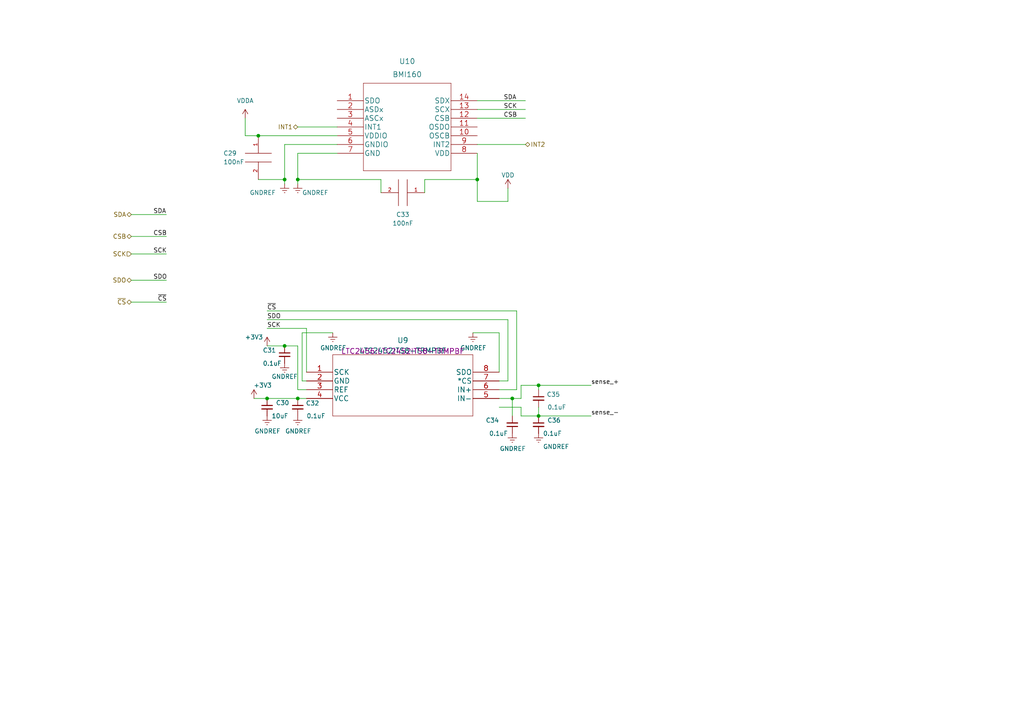
<source format=kicad_sch>
(kicad_sch (version 20211123) (generator eeschema)
  (paper "A4")
  (lib_symbols
    (symbol "BM160:BMI160" (pin_names (offset 0.254))
      (property "Reference" "U6" (at 20.32 11.43 0))
      (property "Value" "BMI160" (at 20.32 7.62 0))
      (symbol "BMI160_1_1"
        (polyline (pts (xy 7.62 -20.32) (xy 33.02 -20.32)) (stroke (width 0.127)))
        (polyline (pts (xy 7.62 5.08) (xy 7.62 -20.32)) (stroke (width 0.127)))
        (polyline (pts (xy 33.02 -20.32) (xy 33.02 5.08)) (stroke (width 0.127)))
        (polyline (pts (xy 33.02 5.08) (xy 7.62 5.08)) (stroke (width 0.127)))
        (pin bidirectional line (at 0 0 0) (length 7.62) (name "SDO") (number "1"))
        (pin bidirectional line (at 40.64 -10.16 180) (length 7.62) (name "OSCB") (number "10"))
        (pin bidirectional line (at 40.64 -7.62 180) (length 7.62) (name "OSDO") (number "11"))
        (pin input line (at 40.64 -5.08 180) (length 7.62) (name "CSB") (number "12"))
        (pin input line (at 40.64 -2.54 180) (length 7.62) (name "SCX") (number "13"))
        (pin bidirectional line (at 40.64 0 180) (length 7.62) (name "SDX") (number "14"))
        (pin bidirectional line (at 0 -2.54 0) (length 7.62) (name "ASDx") (number "2"))
        (pin output line (at 0 -5.08 0) (length 7.62) (name "ASCx") (number "3"))
        (pin bidirectional line (at 0 -7.62 0) (length 7.62) (name "INT1") (number "4"))
        (pin unspecified line (at 0 -10.16 0) (length 7.62) (name "VDDIO") (number "5"))
        (pin power_in line (at 0 -12.7 0) (length 7.62) (name "GNDIO") (number "6"))
        (pin power_in line (at 0 -15.24 0) (length 7.62) (name "GND") (number "7"))
        (pin power_in line (at 40.64 -15.24 180) (length 7.62) (name "VDD") (number "8"))
        (pin bidirectional line (at 40.64 -12.7 180) (length 7.62) (name "INT2") (number "9"))
      )
    )
    (symbol "Device:C_Small" (pin_numbers hide) (pin_names (offset 0.254) hide)
      (property "Reference" "C" (at 0.254 1.778 0))
      (property "Value" "C_Small" (at 0.254 -2.032 0))
      (symbol "C_Small_0_1"
        (polyline (pts (xy -1.524 -0.508) (xy 1.524 -0.508)) (stroke (width 0.3302)))
        (polyline (pts (xy -1.524 0.508) (xy 1.524 0.508)) (stroke (width 0.3048)))
      )
      (symbol "C_Small_1_1"
        (pin passive line (at 0 2.54 270) (length 2.032) (name "~") (number "1"))
        (pin passive line (at 0 -2.54 90) (length 2.032) (name "~") (number "2"))
      )
    )
    (symbol "LTC2452:LTC2452ITS8-TRMPBF" (pin_names (offset 0.254))
      (property "Reference" "U" (at 27.94 10.16 0))
      (property "Value" "LTC2452ITS8-TRMPBF" (at 27.94 7.62 0))
      (symbol "LTC2452ITS8-TRMPBF_1_1"
        (polyline (pts (xy 7.62 -12.7) (xy 48.26 -12.7)) (stroke (width 0.127)))
        (polyline (pts (xy 7.62 5.08) (xy 7.62 -12.7)) (stroke (width 0.127)))
        (polyline (pts (xy 48.26 -12.7) (xy 48.26 5.08)) (stroke (width 0.127)))
        (polyline (pts (xy 48.26 5.08) (xy 7.62 5.08)) (stroke (width 0.127)))
        (pin input line (at 0 0 0) (length 7.62) (name "SCK") (number "1"))
        (pin power_in line (at 0 -2.54 0) (length 7.62) (name "GND") (number "2"))
        (pin input line (at 0 -5.08 0) (length 7.62) (name "REF") (number "3"))
        (pin power_in line (at 0 -7.62 0) (length 7.62) (name "VCC") (number "4"))
        (pin input line (at 55.88 -7.62 180) (length 7.62) (name "IN-") (number "5"))
        (pin input line (at 55.88 -5.08 180) (length 7.62) (name "IN+") (number "6"))
        (pin input line (at 55.88 -2.54 180) (length 7.62) (name "*CS") (number "7"))
        (pin output line (at 55.88 0 180) (length 7.62) (name "SDO") (number "8"))
      )
    )
    (symbol "power:+3V3" (power) (pin_names (offset 0))
      (property "Value" "+3V3" (at 0 3.556 0))
      (symbol "+3V3_0_1"
        (polyline (pts (xy -0.762 1.27) (xy 0 2.54)))
        (polyline (pts (xy 0 0) (xy 0 2.54)))
        (polyline (pts (xy 0 2.54) (xy 0.762 1.27)))
      )
      (symbol "+3V3_1_1"
        (pin power_in line (at 0 0 90) (length 0) hide (name "+3V3") (number "1"))
      )
    )
    (symbol "power:GNDREF" (power) (pin_names (offset 0))
      (property "Value" "GNDREF" (at 0 -3.81 0))
      (symbol "GNDREF_0_1"
        (polyline (pts (xy -0.635 -1.905) (xy 0.635 -1.905)))
        (polyline (pts (xy -0.127 -2.54) (xy 0.127 -2.54)))
        (polyline (pts (xy 0 -1.27) (xy 0 0)))
        (polyline (pts (xy 1.27 -1.27) (xy -1.27 -1.27)))
      )
      (symbol "GNDREF_1_1"
        (pin power_in line (at 0 0 270) (length 0) hide (name "GNDREF") (number "1"))
      )
    )
    (symbol "power:VDD" (power) (pin_names (offset 0))
      (property "Value" "VDD" (at 0 3.81 0))
      (symbol "VDD_0_1"
        (polyline (pts (xy -0.762 1.27) (xy 0 2.54)))
        (polyline (pts (xy 0 0) (xy 0 2.54)))
        (polyline (pts (xy 0 2.54) (xy 0.762 1.27)))
      )
      (symbol "VDD_1_1"
        (pin power_in line (at 0 0 90) (length 0) hide (name "VDD") (number "1"))
      )
    )
    (symbol "power:VDDA" (power) (pin_names (offset 0))
      (property "Value" "VDDA" (at 0 3.81 0))
      (symbol "VDDA_0_1"
        (polyline (pts (xy -0.762 1.27) (xy 0 2.54)))
        (polyline (pts (xy 0 0) (xy 0 2.54)))
        (polyline (pts (xy 0 2.54) (xy 0.762 1.27)))
      )
      (symbol "VDDA_1_1"
        (pin power_in line (at 0 0 90) (length 0) hide (name "VDDA") (number "1"))
      )
    )
    (symbol "pspice:CAP" (pin_names (offset 0.254))
      (property "Reference" "C" (at 2.54 3.81 90))
      (property "Value" "CAP" (at 2.54 -3.81 90))
      (symbol "CAP_0_1"
        (polyline (pts (xy -3.81 -1.27) (xy 3.81 -1.27)))
        (polyline (pts (xy -3.81 1.27) (xy 3.81 1.27)))
      )
      (symbol "CAP_1_1"
        (pin passive line (at 0 6.35 270) (length 5.08) (name "~") (number "1"))
        (pin passive line (at 0 -6.35 90) (length 5.08) (name "~") (number "2"))
      )
    )
  )
  (junction (at 86.36 52.07))
  (junction (at 156.21 120.65))
  (junction (at 156.21 111.76))
  (junction (at 74.93 39.37))
  (junction (at 77.47 115.57))
  (junction (at 148.59 115.57))
  (junction (at 138.43 52.07))
  (junction (at 86.36 115.57))
  (junction (at 82.55 52.07))
  (junction (at 82.55 100.33))
  (wire (pts (xy 147.32 92.71) (xy 77.47 92.71)))
  (wire (pts (xy 86.36 113.03) (xy 88.9 113.03)))
  (wire (pts (xy 144.78 107.95) (xy 144.78 96.52)))
  (wire (pts (xy 88.9 95.25) (xy 88.9 107.95)))
  (wire (pts (xy 38.1 73.66) (xy 48.26 73.66)))
  (wire (pts (xy 77.47 100.33) (xy 82.55 100.33)))
  (wire (pts (xy 148.59 115.57) (xy 151.13 115.57)))
  (wire (pts (xy 138.43 29.21) (xy 152.4 29.21)))
  (wire (pts (xy 86.36 100.33) (xy 86.36 113.03)))
  (wire (pts (xy 110.49 52.07) (xy 110.49 55.88)))
  (wire (pts (xy 144.78 118.11) (xy 151.13 118.11)))
  (wire (pts (xy 149.86 90.17) (xy 77.47 90.17)))
  (wire (pts (xy 71.12 39.37) (xy 74.93 39.37)))
  (wire (pts (xy 38.1 68.58) (xy 48.26 68.58)))
  (wire (pts (xy 86.36 44.45) (xy 86.36 52.07)))
  (wire (pts (xy 82.55 52.07) (xy 82.55 53.34)))
  (wire (pts (xy 38.1 62.23) (xy 48.26 62.23)))
  (wire (pts (xy 86.36 44.45) (xy 97.79 44.45)))
  (wire (pts (xy 71.12 34.29) (xy 71.12 39.37)))
  (wire (pts (xy 144.78 113.03) (xy 149.86 113.03)))
  (wire (pts (xy 88.9 115.57) (xy 86.36 115.57)))
  (wire (pts (xy 147.32 110.49) (xy 147.32 92.71)))
  (wire (pts (xy 86.36 36.83) (xy 97.79 36.83)))
  (wire (pts (xy 151.13 115.57) (xy 151.13 111.76)))
  (wire (pts (xy 86.36 52.07) (xy 110.49 52.07)))
  (wire (pts (xy 151.13 111.76) (xy 156.21 111.76)))
  (wire (pts (xy 144.78 110.49) (xy 147.32 110.49)))
  (wire (pts (xy 74.93 52.07) (xy 82.55 52.07)))
  (wire (pts (xy 151.13 118.11) (xy 151.13 120.65)))
  (wire (pts (xy 74.93 39.37) (xy 97.79 39.37)))
  (wire (pts (xy 144.78 115.57) (xy 148.59 115.57)))
  (wire (pts (xy 123.19 52.07) (xy 138.43 52.07)))
  (wire (pts (xy 148.59 120.65) (xy 148.59 115.57)))
  (wire (pts (xy 86.36 52.07) (xy 86.36 53.34)))
  (wire (pts (xy 88.9 95.25) (xy 77.47 95.25)))
  (wire (pts (xy 138.43 52.07) (xy 138.43 58.42)))
  (wire (pts (xy 156.21 111.76) (xy 156.21 113.03)))
  (wire (pts (xy 86.36 100.33) (xy 82.55 100.33)))
  (wire (pts (xy 149.86 113.03) (xy 149.86 90.17)))
  (wire (pts (xy 144.78 96.52) (xy 137.16 96.52)))
  (wire (pts (xy 123.19 55.88) (xy 123.19 52.07)))
  (wire (pts (xy 138.43 41.91) (xy 152.4 41.91)))
  (wire (pts (xy 87.63 110.49) (xy 87.63 96.52)))
  (wire (pts (xy 138.43 58.42) (xy 147.32 58.42)))
  (wire (pts (xy 88.9 110.49) (xy 87.63 110.49)))
  (wire (pts (xy 156.21 118.11) (xy 156.21 120.65)))
  (wire (pts (xy 82.55 41.91) (xy 97.79 41.91)))
  (wire (pts (xy 82.55 41.91) (xy 82.55 52.07)))
  (wire (pts (xy 138.43 34.29) (xy 152.4 34.29)))
  (wire (pts (xy 38.1 81.28) (xy 48.26 81.28)))
  (wire (pts (xy 77.47 115.57) (xy 73.66 115.57)))
  (wire (pts (xy 138.43 31.75) (xy 152.4 31.75)))
  (wire (pts (xy 86.36 115.57) (xy 77.47 115.57)))
  (wire (pts (xy 138.43 44.45) (xy 138.43 52.07)))
  (wire (pts (xy 38.1 87.63) (xy 48.26 87.63)))
  (wire (pts (xy 87.63 96.52) (xy 96.52 96.52)))
  (wire (pts (xy 147.32 54.61) (xy 147.32 58.42)))
  (wire (pts (xy 156.21 120.65) (xy 151.13 120.65)))
  (wire (pts (xy 156.21 111.76) (xy 171.45 111.76)))
  (wire (pts (xy 156.21 120.65) (xy 171.45 120.65)))
  (label "SDA" (at 146.05 29.21 0))
  (label "SDO" (at 77.47 92.71 0))
  (label "SDO" (at 44.45 81.28 0))
  (label "~{CS}" (at 45.72 87.63 0))
  (label "sense_+" (at 171.45 111.76 0))
  (label "CSB" (at 44.45 68.58 0))
  (label "CSB" (at 146.05 34.29 0))
  (label "SCK" (at 146.05 31.75 0))
  (label "SCK" (at 77.47 95.25 0))
  (label "~{CS}" (at 77.47 90.17 0))
  (label "sense_-" (at 171.45 120.65 0))
  (label "SCK" (at 44.45 73.66 0))
  (label "SDA" (at 44.45 62.23 0))
  (hierarchical_label "SCK" (shape input) (at 38.1 73.66 180))
  (hierarchical_label "~{CS}" (shape bidirectional) (at 38.1 87.63 180))
  (hierarchical_label "SDA" (shape bidirectional) (at 38.1 62.23 180))
  (hierarchical_label "INT2" (shape bidirectional) (at 152.4 41.91 0))
  (hierarchical_label "SDO" (shape bidirectional) (at 38.1 81.28 180))
  (hierarchical_label "INT1" (shape bidirectional) (at 86.36 36.83 180))
  (hierarchical_label "CSB" (shape bidirectional) (at 38.1 68.58 180))
  (symbol (lib_id "Device:C_Small") (at 156.21 123.19 0)
    (property "Reference" "C36" (at 158.75 121.92 0) (effects (justify left)))
    (property "Value" "0.1uF" (at 157.48 125.73 0) (effects (justify left)))
    (property "Footprint" "Capacitor_SMD:C_1206_3216Metric_Pad1.33x1.80mm_HandSolder" (effects hide))
  )
  (symbol (lib_id "power:VDDA") (at 71.12 34.29 0)
    (property "Reference" "#PWR048" (effects hide))
    (property "Value" "VDDA" (at 71.12 29.21 0))
  )
  (symbol (lib_id "Device:C_Small") (at 77.47 118.11 0)
    (property "Reference" "C30" (at 80.01 116.84 0) (effects (justify left)))
    (property "Value" "10uF" (at 78.74 120.65 0) (effects (justify left)))
    (property "Footprint" "Capacitor_SMD:C_1206_3216Metric_Pad1.33x1.80mm_HandSolder" (effects hide))
  )
  (symbol (lib_id "power:GNDREF") (at 137.16 96.52 0)
    (property "Reference" "#PWR057" (effects hide))
    (property "Value" "GNDREF" (at 137.287 100.9142 0))
  )
  (symbol (lib_id "power:GNDREF") (at 148.59 125.73 0)
    (property "Reference" "#PWR059" (effects hide))
    (property "Value" "GNDREF" (at 148.717 130.1242 0))
  )
  (symbol (lib_id "Device:C_Small") (at 148.59 123.19 180)
    (property "Reference" "C34" (at 144.78 121.92 0) (effects (justify left)))
    (property "Value" "0.1uF" (at 147.32 125.73 0) (effects (justify left)))
    (property "Footprint" "Capacitor_SMD:C_1206_3216Metric_Pad1.33x1.80mm_HandSolder" (effects hide))
  )
  (symbol (lib_id "pspice:CAP") (at 116.84 55.88 270)
    (property "Reference" "C33" (at 116.84 62.23 90))
    (property "Value" "100nF" (at 116.84 64.77 90))
    (property "Footprint" "Capacitor_SMD:C_1206_3216Metric_Pad1.33x1.80mm_HandSolder" (effects hide))
  )
  (symbol (lib_id "power:VDD") (at 147.32 54.61 0)
    (property "Reference" "#PWR058" (effects hide))
    (property "Value" "VDD" (at 147.32 50.8 0))
  )
  (symbol (lib_id "power:+3V3") (at 73.66 115.57 0)
    (property "Reference" "#PWR049" (effects hide))
    (property "Value" "+3V3" (at 76.2 111.76 0))
  )
  (symbol (lib_id "Device:C_Small") (at 86.36 118.11 0)
    (property "Reference" "C32" (at 88.6968 116.9416 0) (effects (justify left)))
    (property "Value" "0.1uF" (at 88.9 120.65 0) (effects (justify left)))
    (property "Footprint" "Capacitor_SMD:C_1206_3216Metric_Pad1.33x1.80mm_HandSolder" (effects hide))
  )
  (symbol (lib_id "Device:C_Small") (at 82.55 102.87 0)
    (property "Reference" "C31" (at 76.2 101.6 0) (effects (justify left)))
    (property "Value" "0.1uF" (at 76.2 105.41 0) (effects (justify left)))
    (property "Footprint" "Capacitor_SMD:C_1206_3216Metric_Pad1.33x1.80mm_HandSolder" (effects hide))
  )
  (symbol (lib_id "power:GNDREF") (at 86.36 120.65 0)
    (property "Reference" "#PWR055" (effects hide))
    (property "Value" "GNDREF" (at 86.487 125.0442 0))
  )
  (symbol (lib_id "power:GNDREF") (at 82.55 53.34 0)
    (property "Reference" "#PWR052" (effects hide))
    (property "Value" "GNDREF" (at 76.2 55.88 0))
  )
  (symbol (lib_id "power:GNDREF") (at 96.52 96.52 0)
    (property "Reference" "#PWR056" (effects hide))
    (property "Value" "GNDREF" (at 96.647 100.9142 0))
  )
  (symbol (lib_id "power:GNDREF") (at 82.55 105.41 0)
    (property "Reference" "#PWR053" (effects hide))
    (property "Value" "GNDREF" (at 82.55 109.22 0))
  )
  (symbol (lib_id "power:+3V3") (at 77.47 100.33 0)
    (property "Reference" "#PWR050" (effects hide))
    (property "Value" "+3V3" (at 73.66 97.79 0))
  )
  (symbol (lib_id "power:GNDREF") (at 77.47 120.65 0)
    (property "Reference" "#PWR051" (effects hide))
    (property "Value" "GNDREF" (at 77.597 125.0442 0))
  )
  (symbol (lib_id "power:GNDREF") (at 86.36 53.34 0)
    (property "Reference" "#PWR054" (effects hide))
    (property "Value" "GNDREF" (at 91.44 55.88 0))
  )
  (symbol (lib_id "Device:C_Small") (at 156.21 115.57 0)
    (property "Reference" "C35" (at 158.5468 114.4016 0) (effects (justify left)))
    (property "Value" "0.1uF" (at 158.75 118.11 0) (effects (justify left)))
    (property "Footprint" "Capacitor_SMD:C_1206_3216Metric_Pad1.33x1.80mm_HandSolder" (effects hide))
  )
  (symbol (lib_id "LTC2452:LTC2452ITS8-TRMPBF") (at 88.9 107.95 0)
    (property "Reference" "U9" (at 116.84 98.7224 0) (effects (font (size 1.524 1.524))))
    (property "Value" "LTC2452ITS8-TRMPBF" (at 116.84 101.7158 0) (effects (font (size 1.524 1.524))))
    (property "Footprint" "LTC2456:LTC2452ITS8-TRMPBF" (at 116.84 101.854 0) (effects (font (size 1.524 1.524))))
  )
  (symbol (lib_id "BM160:BMI160") (at 97.79 29.21 0)
    (property "Reference" "U10" (at 118.11 17.78 0) (effects (font (size 1.524 1.524))))
    (property "Value" "BMI160" (at 118.11 21.59 0) (effects (font (size 1.524 1.524))))
    (property "Footprint" "BMI160:BMI160" (effects hide))
  )
  (symbol (lib_id "power:GNDREF") (at 156.21 125.73 0)
    (property "Reference" "#PWR060" (effects hide))
    (property "Value" "GNDREF" (at 161.29 129.54 0))
  )
  (symbol (lib_id "pspice:CAP") (at 74.93 45.72 0)
    (property "Reference" "C29" (at 64.77 44.45 0) (effects (justify left)))
    (property "Value" "100nF" (at 64.77 46.99 0) (effects (justify left)))
    (property "Footprint" "Capacitor_SMD:C_1206_3216Metric_Pad1.33x1.80mm_HandSolder" (effects hide))
  )
)
</source>
